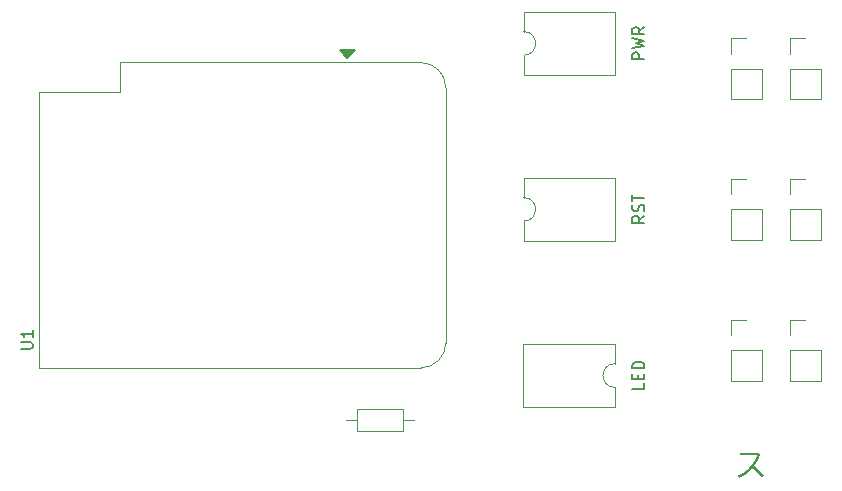
<source format=gbr>
%TF.GenerationSoftware,KiCad,Pcbnew,(7.0.0)*%
%TF.CreationDate,2023-03-09T18:45:04+01:00*%
%TF.ProjectId,turn-on-pc-esp8266,7475726e-2d6f-46e2-9d70-632d65737038,rev?*%
%TF.SameCoordinates,Original*%
%TF.FileFunction,Legend,Top*%
%TF.FilePolarity,Positive*%
%FSLAX46Y46*%
G04 Gerber Fmt 4.6, Leading zero omitted, Abs format (unit mm)*
G04 Created by KiCad (PCBNEW (7.0.0)) date 2023-03-09 18:45:04*
%MOMM*%
%LPD*%
G01*
G04 APERTURE LIST*
%ADD10C,0.250000*%
%ADD11C,0.150000*%
%ADD12C,0.120000*%
%ADD13C,1.400000*%
%ADD14O,1.400000X1.400000*%
%ADD15R,1.700000X1.700000*%
%ADD16O,1.700000X1.700000*%
%ADD17R,1.600000X1.600000*%
%ADD18O,1.600000X1.600000*%
%ADD19C,2.100000*%
%ADD20R,2.000000X2.000000*%
%ADD21O,1.600000X2.000000*%
G04 APERTURE END LIST*
D10*
G36*
X159453314Y-105585401D02*
G01*
X161060921Y-105585401D01*
X161198185Y-105712407D01*
X161185082Y-105745710D01*
X161171725Y-105778879D01*
X161158113Y-105811915D01*
X161144246Y-105844817D01*
X161130124Y-105877586D01*
X161115747Y-105910221D01*
X161101116Y-105942722D01*
X161086230Y-105975090D01*
X161071090Y-106007325D01*
X161055694Y-106039425D01*
X161040044Y-106071393D01*
X161024139Y-106103226D01*
X161007980Y-106134926D01*
X160991565Y-106166493D01*
X160974896Y-106197926D01*
X160957972Y-106229225D01*
X160940794Y-106260391D01*
X160923360Y-106291423D01*
X160905672Y-106322321D01*
X160887730Y-106353087D01*
X160869532Y-106383718D01*
X160851080Y-106414216D01*
X160832373Y-106444580D01*
X160813411Y-106474811D01*
X160794195Y-106504908D01*
X160774723Y-106534872D01*
X160754997Y-106564702D01*
X160735017Y-106594398D01*
X160714781Y-106623961D01*
X160694291Y-106653391D01*
X160673546Y-106682687D01*
X160652547Y-106711849D01*
X160681428Y-106734736D01*
X160710186Y-106757786D01*
X160738821Y-106780997D01*
X160767333Y-106804371D01*
X160795722Y-106827907D01*
X160823988Y-106851605D01*
X160852131Y-106875466D01*
X160880150Y-106899488D01*
X160908047Y-106923673D01*
X160935821Y-106948020D01*
X160963471Y-106972529D01*
X160990998Y-106997201D01*
X161018403Y-107022034D01*
X161045684Y-107047030D01*
X161072842Y-107072188D01*
X161099877Y-107097508D01*
X161126789Y-107122991D01*
X161153578Y-107148635D01*
X161180244Y-107174442D01*
X161206787Y-107200411D01*
X161233207Y-107226542D01*
X161259503Y-107252835D01*
X161285677Y-107279291D01*
X161311728Y-107305908D01*
X161337655Y-107332688D01*
X161363459Y-107359630D01*
X161389141Y-107386735D01*
X161414699Y-107414001D01*
X161440134Y-107441430D01*
X161465446Y-107469021D01*
X161490635Y-107496774D01*
X161515701Y-107524689D01*
X161346685Y-107711290D01*
X161323076Y-107684187D01*
X161299328Y-107657158D01*
X161275441Y-107630205D01*
X161251415Y-107603328D01*
X161227249Y-107576525D01*
X161202944Y-107549798D01*
X161178500Y-107523147D01*
X161153916Y-107496571D01*
X161129193Y-107470070D01*
X161104331Y-107443644D01*
X161079329Y-107417294D01*
X161054189Y-107391019D01*
X161028909Y-107364820D01*
X161003489Y-107338696D01*
X160977931Y-107312648D01*
X160952233Y-107286674D01*
X160926395Y-107260776D01*
X160900419Y-107234954D01*
X160874303Y-107209207D01*
X160848048Y-107183535D01*
X160821653Y-107157939D01*
X160795120Y-107132418D01*
X160768447Y-107106972D01*
X160741634Y-107081602D01*
X160714683Y-107056307D01*
X160687592Y-107031088D01*
X160660361Y-107005943D01*
X160632992Y-106980875D01*
X160605483Y-106955881D01*
X160577835Y-106930963D01*
X160550048Y-106906121D01*
X160522121Y-106881353D01*
X160493253Y-106915537D01*
X160463983Y-106949211D01*
X160434314Y-106982375D01*
X160404243Y-107015030D01*
X160373772Y-107047176D01*
X160342900Y-107078812D01*
X160311627Y-107109939D01*
X160279954Y-107140556D01*
X160247880Y-107170664D01*
X160215405Y-107200262D01*
X160182530Y-107229351D01*
X160149254Y-107257930D01*
X160115577Y-107286000D01*
X160081499Y-107313560D01*
X160047021Y-107340611D01*
X160012142Y-107367152D01*
X159976862Y-107393184D01*
X159941182Y-107418707D01*
X159905101Y-107443720D01*
X159868619Y-107468223D01*
X159831736Y-107492217D01*
X159794453Y-107515702D01*
X159756769Y-107538677D01*
X159718684Y-107561142D01*
X159680199Y-107583098D01*
X159641313Y-107604545D01*
X159602026Y-107625482D01*
X159562338Y-107645910D01*
X159522250Y-107665828D01*
X159481761Y-107685237D01*
X159440871Y-107704136D01*
X159399581Y-107722526D01*
X159270621Y-107521758D01*
X159311805Y-107504552D01*
X159352558Y-107486822D01*
X159392882Y-107468568D01*
X159432775Y-107449790D01*
X159472238Y-107430489D01*
X159511270Y-107410664D01*
X159549873Y-107390315D01*
X159588045Y-107369442D01*
X159625786Y-107348046D01*
X159663098Y-107326125D01*
X159699979Y-107303681D01*
X159736430Y-107280713D01*
X159772450Y-107257222D01*
X159808041Y-107233206D01*
X159843201Y-107208667D01*
X159877930Y-107183604D01*
X159912230Y-107158017D01*
X159946099Y-107131906D01*
X159979538Y-107105272D01*
X160012546Y-107078114D01*
X160045125Y-107050432D01*
X160077273Y-107022226D01*
X160108990Y-106993497D01*
X160140278Y-106964243D01*
X160171135Y-106934466D01*
X160201562Y-106904165D01*
X160231558Y-106873341D01*
X160261125Y-106841992D01*
X160290261Y-106810120D01*
X160318966Y-106777724D01*
X160347242Y-106744804D01*
X160375087Y-106711360D01*
X160398661Y-106682387D01*
X160421817Y-106653414D01*
X160444556Y-106624440D01*
X160466876Y-106595467D01*
X160488779Y-106566494D01*
X160510264Y-106537520D01*
X160531331Y-106508547D01*
X160551980Y-106479574D01*
X160572211Y-106450601D01*
X160592024Y-106421627D01*
X160611419Y-106392654D01*
X160630397Y-106363681D01*
X160648956Y-106334707D01*
X160667098Y-106305734D01*
X160684822Y-106276761D01*
X160702128Y-106247787D01*
X160719016Y-106218814D01*
X160735486Y-106189841D01*
X160751538Y-106160867D01*
X160767173Y-106131894D01*
X160782389Y-106102921D01*
X160797188Y-106073948D01*
X160811569Y-106044974D01*
X160825532Y-106016001D01*
X160839077Y-105987028D01*
X160852204Y-105958054D01*
X160864913Y-105929081D01*
X160877204Y-105900108D01*
X160889078Y-105871134D01*
X160900533Y-105842161D01*
X160911571Y-105813188D01*
X160922191Y-105784214D01*
X159453314Y-105784214D01*
X159453314Y-105585401D01*
G37*
D11*
%TO.C,PWR*%
X151367380Y-72273332D02*
X150367380Y-72273332D01*
X150367380Y-72273332D02*
X150367380Y-71892380D01*
X150367380Y-71892380D02*
X150415000Y-71797142D01*
X150415000Y-71797142D02*
X150462619Y-71749523D01*
X150462619Y-71749523D02*
X150557857Y-71701904D01*
X150557857Y-71701904D02*
X150700714Y-71701904D01*
X150700714Y-71701904D02*
X150795952Y-71749523D01*
X150795952Y-71749523D02*
X150843571Y-71797142D01*
X150843571Y-71797142D02*
X150891190Y-71892380D01*
X150891190Y-71892380D02*
X150891190Y-72273332D01*
X150367380Y-71368570D02*
X151367380Y-71130475D01*
X151367380Y-71130475D02*
X150653095Y-70939999D01*
X150653095Y-70939999D02*
X151367380Y-70749523D01*
X151367380Y-70749523D02*
X150367380Y-70511428D01*
X151367380Y-69559047D02*
X150891190Y-69892380D01*
X151367380Y-70130475D02*
X150367380Y-70130475D01*
X150367380Y-70130475D02*
X150367380Y-69749523D01*
X150367380Y-69749523D02*
X150415000Y-69654285D01*
X150415000Y-69654285D02*
X150462619Y-69606666D01*
X150462619Y-69606666D02*
X150557857Y-69559047D01*
X150557857Y-69559047D02*
X150700714Y-69559047D01*
X150700714Y-69559047D02*
X150795952Y-69606666D01*
X150795952Y-69606666D02*
X150843571Y-69654285D01*
X150843571Y-69654285D02*
X150891190Y-69749523D01*
X150891190Y-69749523D02*
X150891190Y-70130475D01*
%TO.C,LED*%
X151367380Y-99702857D02*
X151367380Y-100179047D01*
X151367380Y-100179047D02*
X150367380Y-100179047D01*
X150843571Y-99369523D02*
X150843571Y-99036190D01*
X151367380Y-98893333D02*
X151367380Y-99369523D01*
X151367380Y-99369523D02*
X150367380Y-99369523D01*
X150367380Y-99369523D02*
X150367380Y-98893333D01*
X151367380Y-98464761D02*
X150367380Y-98464761D01*
X150367380Y-98464761D02*
X150367380Y-98226666D01*
X150367380Y-98226666D02*
X150415000Y-98083809D01*
X150415000Y-98083809D02*
X150510238Y-97988571D01*
X150510238Y-97988571D02*
X150605476Y-97940952D01*
X150605476Y-97940952D02*
X150795952Y-97893333D01*
X150795952Y-97893333D02*
X150938809Y-97893333D01*
X150938809Y-97893333D02*
X151129285Y-97940952D01*
X151129285Y-97940952D02*
X151224523Y-97988571D01*
X151224523Y-97988571D02*
X151319761Y-98083809D01*
X151319761Y-98083809D02*
X151367380Y-98226666D01*
X151367380Y-98226666D02*
X151367380Y-98464761D01*
%TO.C,U1*%
X98589875Y-96816904D02*
X99399399Y-96816904D01*
X99399399Y-96816904D02*
X99494637Y-96769285D01*
X99494637Y-96769285D02*
X99542256Y-96721666D01*
X99542256Y-96721666D02*
X99589875Y-96626428D01*
X99589875Y-96626428D02*
X99589875Y-96435952D01*
X99589875Y-96435952D02*
X99542256Y-96340714D01*
X99542256Y-96340714D02*
X99494637Y-96293095D01*
X99494637Y-96293095D02*
X99399399Y-96245476D01*
X99399399Y-96245476D02*
X98589875Y-96245476D01*
X99589875Y-95245476D02*
X99589875Y-95816904D01*
X99589875Y-95531190D02*
X98589875Y-95531190D01*
X98589875Y-95531190D02*
X98732733Y-95626428D01*
X98732733Y-95626428D02*
X98827971Y-95721666D01*
X98827971Y-95721666D02*
X98875590Y-95816904D01*
%TO.C,RST*%
X151367380Y-85547619D02*
X150891190Y-85880952D01*
X151367380Y-86119047D02*
X150367380Y-86119047D01*
X150367380Y-86119047D02*
X150367380Y-85738095D01*
X150367380Y-85738095D02*
X150415000Y-85642857D01*
X150415000Y-85642857D02*
X150462619Y-85595238D01*
X150462619Y-85595238D02*
X150557857Y-85547619D01*
X150557857Y-85547619D02*
X150700714Y-85547619D01*
X150700714Y-85547619D02*
X150795952Y-85595238D01*
X150795952Y-85595238D02*
X150843571Y-85642857D01*
X150843571Y-85642857D02*
X150891190Y-85738095D01*
X150891190Y-85738095D02*
X150891190Y-86119047D01*
X151319761Y-85166666D02*
X151367380Y-85023809D01*
X151367380Y-85023809D02*
X151367380Y-84785714D01*
X151367380Y-84785714D02*
X151319761Y-84690476D01*
X151319761Y-84690476D02*
X151272142Y-84642857D01*
X151272142Y-84642857D02*
X151176904Y-84595238D01*
X151176904Y-84595238D02*
X151081666Y-84595238D01*
X151081666Y-84595238D02*
X150986428Y-84642857D01*
X150986428Y-84642857D02*
X150938809Y-84690476D01*
X150938809Y-84690476D02*
X150891190Y-84785714D01*
X150891190Y-84785714D02*
X150843571Y-84976190D01*
X150843571Y-84976190D02*
X150795952Y-85071428D01*
X150795952Y-85071428D02*
X150748333Y-85119047D01*
X150748333Y-85119047D02*
X150653095Y-85166666D01*
X150653095Y-85166666D02*
X150557857Y-85166666D01*
X150557857Y-85166666D02*
X150462619Y-85119047D01*
X150462619Y-85119047D02*
X150415000Y-85071428D01*
X150415000Y-85071428D02*
X150367380Y-84976190D01*
X150367380Y-84976190D02*
X150367380Y-84738095D01*
X150367380Y-84738095D02*
X150415000Y-84595238D01*
X150367380Y-84309523D02*
X150367380Y-83738095D01*
X151367380Y-84023809D02*
X150367380Y-84023809D01*
D12*
%TO.C,R1*%
X131870000Y-102850000D02*
X130920000Y-102850000D01*
X130920000Y-103770000D02*
X130920000Y-101930000D01*
X130920000Y-101930000D02*
X127080000Y-101930000D01*
X127080000Y-103770000D02*
X130920000Y-103770000D01*
X127080000Y-101930000D02*
X127080000Y-103770000D01*
X126130000Y-102850000D02*
X127080000Y-102850000D01*
%TO.C,J5*%
X158670000Y-94330000D02*
X160000000Y-94330000D01*
X158670000Y-95660000D02*
X158670000Y-94330000D01*
X158670000Y-96930000D02*
X158670000Y-99530000D01*
X158670000Y-96930000D02*
X161330000Y-96930000D01*
X158670000Y-99530000D02*
X161330000Y-99530000D01*
X161330000Y-96930000D02*
X161330000Y-99530000D01*
%TO.C,PWR*%
X141160000Y-73590000D02*
X148900000Y-73590000D01*
X148900000Y-73590000D02*
X148900000Y-68290000D01*
X141160000Y-71940000D02*
X141160000Y-73590000D01*
X141160000Y-68290000D02*
X141160000Y-69940000D01*
X148900000Y-68290000D02*
X141160000Y-68290000D01*
X141160000Y-71940000D02*
G75*
G03*
X141160000Y-69940000I0J1000000D01*
G01*
%TO.C,J2*%
X163670000Y-70470000D02*
X165000000Y-70470000D01*
X163670000Y-71800000D02*
X163670000Y-70470000D01*
X163670000Y-73070000D02*
X163670000Y-75670000D01*
X163670000Y-73070000D02*
X166330000Y-73070000D01*
X163670000Y-75670000D02*
X166330000Y-75670000D01*
X166330000Y-73070000D02*
X166330000Y-75670000D01*
%TO.C,J4*%
X163670000Y-82400000D02*
X165000000Y-82400000D01*
X163670000Y-83730000D02*
X163670000Y-82400000D01*
X163670000Y-85000000D02*
X163670000Y-87600000D01*
X163670000Y-85000000D02*
X166330000Y-85000000D01*
X163670000Y-87600000D02*
X166330000Y-87600000D01*
X166330000Y-85000000D02*
X166330000Y-87600000D01*
%TO.C,LED*%
X148870000Y-96410000D02*
X141130000Y-96410000D01*
X141130000Y-96410000D02*
X141130000Y-101710000D01*
X148870000Y-98060000D02*
X148870000Y-96410000D01*
X148870000Y-101710000D02*
X148870000Y-100060000D01*
X141130000Y-101710000D02*
X148870000Y-101710000D01*
X148870000Y-98060000D02*
G75*
G03*
X148870000Y-100060000I0J-1000000D01*
G01*
%TO.C,J3*%
X158670000Y-82400000D02*
X160000000Y-82400000D01*
X158670000Y-83730000D02*
X158670000Y-82400000D01*
X158670000Y-85000000D02*
X158670000Y-87600000D01*
X158670000Y-85000000D02*
X161330000Y-85000000D01*
X158670000Y-87600000D02*
X161330000Y-87600000D01*
X161330000Y-85000000D02*
X161330000Y-87600000D01*
%TO.C,J1*%
X158670000Y-70470000D02*
X160000000Y-70470000D01*
X158670000Y-71800000D02*
X158670000Y-70470000D01*
X158670000Y-73070000D02*
X158670000Y-75670000D01*
X158670000Y-73070000D02*
X161330000Y-73070000D01*
X158670000Y-75670000D02*
X161330000Y-75670000D01*
X161330000Y-73070000D02*
X161330000Y-75670000D01*
%TO.C,J6*%
X163670000Y-94330000D02*
X165000000Y-94330000D01*
X163670000Y-95660000D02*
X163670000Y-94330000D01*
X163670000Y-96930000D02*
X163670000Y-99530000D01*
X163670000Y-96930000D02*
X166330000Y-96930000D01*
X163670000Y-99530000D02*
X166330000Y-99530000D01*
X166330000Y-96930000D02*
X166330000Y-99530000D01*
%TO.C,U1*%
X107002495Y-72555000D02*
X132432495Y-72555000D01*
X107002495Y-72555000D02*
X107002495Y-75095000D01*
X107002495Y-75095000D02*
X100102495Y-75095000D01*
X100102495Y-75095000D02*
X100102495Y-98415000D01*
X134562495Y-96295000D02*
X134562495Y-74685000D01*
X100102495Y-98415000D02*
X132432495Y-98415000D01*
X134562495Y-74685000D02*
G75*
G03*
X132432495Y-72555000I-2130002J-2D01*
G01*
X132432495Y-98415000D02*
G75*
G03*
X134562495Y-96285000I0J2130000D01*
G01*
G36*
X126222495Y-72150000D02*
G01*
X125587495Y-71515000D01*
X126857495Y-71515000D01*
X126222495Y-72150000D01*
G37*
D11*
X126222495Y-72150000D02*
X125587495Y-71515000D01*
X126857495Y-71515000D01*
X126222495Y-72150000D01*
D12*
%TO.C,RST*%
X141160000Y-87640000D02*
X148900000Y-87640000D01*
X148900000Y-87640000D02*
X148900000Y-82340000D01*
X141160000Y-85990000D02*
X141160000Y-87640000D01*
X141160000Y-82340000D02*
X141160000Y-83990000D01*
X148900000Y-82340000D02*
X141160000Y-82340000D01*
X141160000Y-85990000D02*
G75*
G03*
X141160000Y-83990000I0J1000000D01*
G01*
%TD*%
%LPC*%
D13*
%TO.C,R1*%
X132810000Y-102850000D03*
D14*
X125189999Y-102849999D03*
%TD*%
D15*
%TO.C,J5*%
X159999999Y-95659999D03*
D16*
X159999999Y-98199999D03*
%TD*%
D17*
%TO.C,PWR*%
X142489999Y-74749999D03*
D18*
X145029999Y-74749999D03*
X147569999Y-74749999D03*
X147569999Y-67129999D03*
X145029999Y-67129999D03*
X142489999Y-67129999D03*
%TD*%
D15*
%TO.C,J2*%
X164999999Y-71799999D03*
D16*
X164999999Y-74339999D03*
%TD*%
D15*
%TO.C,J4*%
X164999999Y-83729999D03*
D16*
X164999999Y-86269999D03*
%TD*%
D19*
%TO.C,REF\u002A\u002A*%
X103000000Y-105000000D03*
%TD*%
D17*
%TO.C,LED*%
X147539999Y-95249999D03*
D18*
X144999999Y-95249999D03*
X142459999Y-95249999D03*
X142459999Y-102869999D03*
X144999999Y-102869999D03*
X147539999Y-102869999D03*
%TD*%
D19*
%TO.C,REF\u002A\u002A*%
X167000000Y-105000000D03*
%TD*%
D15*
%TO.C,J3*%
X159999999Y-83729999D03*
D16*
X159999999Y-86269999D03*
%TD*%
D19*
%TO.C,REF\u002A\u002A*%
X167000000Y-65000000D03*
%TD*%
D15*
%TO.C,J1*%
X159999999Y-71799999D03*
D16*
X159999999Y-74339999D03*
%TD*%
D15*
%TO.C,J6*%
X164999999Y-95659999D03*
D16*
X164999999Y-98199999D03*
%TD*%
D20*
%TO.C,U1*%
X126222494Y-74054999D03*
D21*
X123682494Y-74054999D03*
X121142494Y-74054999D03*
X118602494Y-74054999D03*
X116062494Y-74054999D03*
X113522494Y-74054999D03*
X110982494Y-74054999D03*
X108442494Y-74054999D03*
X108442494Y-96914999D03*
X110982494Y-96914999D03*
X113522494Y-96914999D03*
X116062494Y-96914999D03*
X118602494Y-96914999D03*
X121142494Y-96914999D03*
X123682494Y-96914999D03*
X126222494Y-96914999D03*
%TD*%
D19*
%TO.C,REF\u002A\u002A*%
X103000000Y-65000000D03*
%TD*%
D17*
%TO.C,RST*%
X142489999Y-88799999D03*
D18*
X145029999Y-88799999D03*
X147569999Y-88799999D03*
X147569999Y-81179999D03*
X145029999Y-81179999D03*
X142489999Y-81179999D03*
%TD*%
M02*

</source>
